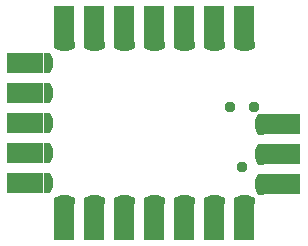
<source format=gbs>
G04 DipTrace 2.4.0.2*
%IN3dBBLE.gbs*%
%MOMM*%
%ADD59C,0.95*%
%ADD77R,2.082X1.75*%
%ADD78R,1.75X2.05*%
%ADD79R,2.05X1.75*%
%ADD80R,1.65X1.75*%
%ADD82R,1.75X2.082*%
%ADD84R,1.75X1.65*%
%FSLAX53Y53*%
G04*
G71*
G90*
G75*
G01*
%LNBotMask*%
%LPD*%
D84*
X29050Y26510D3*
X26510D3*
X23970D3*
X21430D3*
X18890D3*
G36*
X25635Y25235D2*
Y25740D1*
X27385D1*
Y25235D1*
X26841Y24955D1*
X26179D1*
X25635Y25235D1*
G37*
G36*
X28175D2*
Y25740D1*
X29925D1*
Y25235D1*
X29381Y24955D1*
X28719D1*
X28175Y25235D1*
G37*
G36*
X23095D2*
Y25740D1*
X24845D1*
Y25235D1*
X24301Y24955D1*
X23639D1*
X23095Y25235D1*
G37*
G36*
X18015D2*
Y25740D1*
X19765D1*
Y25235D1*
X19221Y24955D1*
X18559D1*
X18015Y25235D1*
G37*
G36*
X20555D2*
Y25740D1*
X22305D1*
Y25235D1*
X21761Y24955D1*
X21099D1*
X20555Y25235D1*
G37*
D82*
X29050Y27780D3*
X26510D3*
X23970D3*
X21430D3*
X18890D3*
D80*
X11270Y16350D3*
G36*
X12545Y15475D2*
X12040D1*
Y17225D1*
X12545D1*
X12825Y16681D1*
Y16019D1*
X12545Y15475D1*
G37*
D79*
X10000Y16350D3*
D84*
X16350Y11270D3*
G36*
X17225Y12545D2*
Y12040D1*
X15475D1*
Y12545D1*
X16019Y12825D1*
X16681D1*
X17225Y12545D1*
G37*
D78*
X16350Y10000D3*
D84*
Y26510D3*
G36*
X15475Y25235D2*
Y25740D1*
X17225D1*
Y25235D1*
X16681Y24955D1*
X16019D1*
X15475Y25235D1*
G37*
D78*
X16350Y27780D3*
D84*
X13810Y26510D3*
G36*
X12935Y25235D2*
Y25740D1*
X14685D1*
Y25235D1*
X14141Y24955D1*
X13479D1*
X12935Y25235D1*
G37*
D78*
X13810Y27780D3*
D80*
X11270Y23970D3*
G36*
X12545Y23095D2*
X12040D1*
Y24845D1*
X12545D1*
X12825Y24301D1*
Y23639D1*
X12545Y23095D1*
G37*
D79*
X10000Y23970D3*
D80*
X11270Y21430D3*
G36*
X12545Y20555D2*
X12040D1*
Y22305D1*
X12545D1*
X12825Y21761D1*
Y21099D1*
X12545Y20555D1*
G37*
D79*
X10000Y21430D3*
D80*
X11270Y18890D3*
G36*
X12545Y18015D2*
X12040D1*
Y19765D1*
X12545D1*
X12825Y19221D1*
Y18559D1*
X12545Y18015D1*
G37*
D79*
X10000Y18890D3*
D80*
X31488Y13712D3*
Y16252D3*
Y18792D3*
G36*
X30213Y17127D2*
X30718D1*
Y15377D1*
X30213D1*
X29933Y15921D1*
Y16583D1*
X30213Y17127D1*
G37*
G36*
Y14587D2*
X30713D1*
Y12837D1*
X30213D1*
X29933Y13381D1*
Y14043D1*
X30213Y14587D1*
G37*
D77*
X32758Y13712D3*
G36*
X30213Y19667D2*
X30718D1*
Y17917D1*
X30213D1*
X29933Y18461D1*
Y19123D1*
X30213Y19667D1*
G37*
D77*
X32758Y16252D3*
Y18792D3*
D84*
X18890Y11270D3*
G36*
X19765Y12545D2*
Y12040D1*
X18015D1*
Y12545D1*
X18559Y12825D1*
X19221D1*
X19765Y12545D1*
G37*
D78*
X18890Y10000D3*
D80*
X11270Y13810D3*
G36*
X12545Y12935D2*
X12040D1*
Y14685D1*
X12545D1*
X12825Y14141D1*
Y13479D1*
X12545Y12935D1*
G37*
D79*
X10000Y13810D3*
D84*
X13810Y11270D3*
G36*
X14685Y12545D2*
Y12040D1*
X12935D1*
Y12545D1*
X13479Y12825D1*
X14141D1*
X14685Y12545D1*
G37*
D78*
X13810Y10000D3*
D84*
X21430Y11270D3*
G36*
X22305Y12545D2*
Y12040D1*
X20555D1*
Y12545D1*
X21099Y12825D1*
X21761D1*
X22305Y12545D1*
G37*
D78*
X21430Y10000D3*
D84*
X29050Y11270D3*
G36*
X29925Y12545D2*
Y12040D1*
X28175D1*
Y12545D1*
X28719Y12825D1*
X29381D1*
X29925Y12545D1*
G37*
D78*
X29050Y10000D3*
D84*
X26510Y11270D3*
G36*
X27385Y12545D2*
Y12040D1*
X25635D1*
Y12545D1*
X26179Y12825D1*
X26841D1*
X27385Y12545D1*
G37*
D78*
X26510Y10000D3*
D84*
X23970Y11270D3*
G36*
X24845Y12545D2*
Y12040D1*
X23095D1*
Y12545D1*
X23639Y12825D1*
X24301D1*
X24845Y12545D1*
G37*
D78*
X23970Y10000D3*
D59*
X28867Y15204D3*
X27851Y20284D3*
X29883D3*
M02*

</source>
